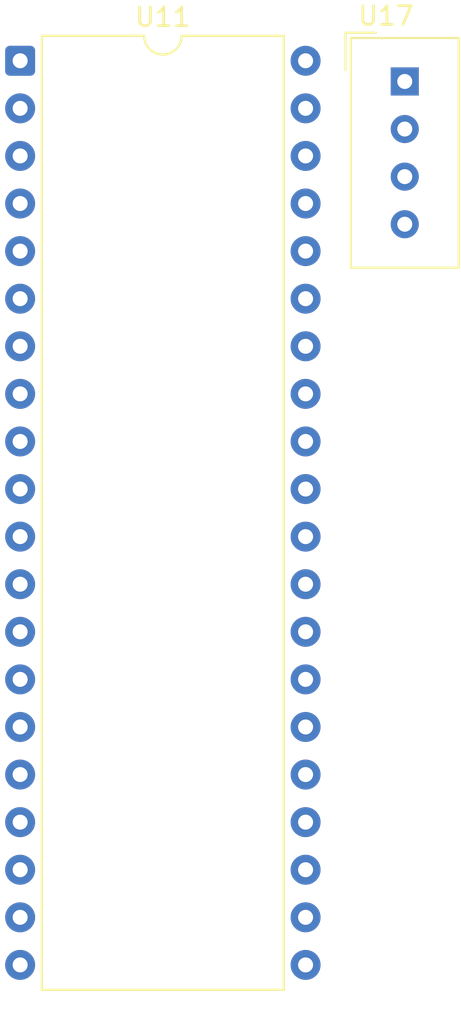
<source format=kicad_pcb>
(kicad_pcb (version 20241229) (generator "pcbnew") (generator_version "9.0")
  (layers (0 "F.Cu" signal) (2 "B.Cu" signal) (13 "F.Paste" user) (15 "B.Paste" user) (5 "F.SilkS" user "F.Silkscreen") (7 "B.SilkS" user "B.Silkscreen") (1 "F.Mask" user) (3 "B.Mask" user) (25 "Edge.Cuts" user))
  (net 0 "")
  (net 5 "Net-(U11-A3)")
  (net 9 "Net-(U11-ϕ1)")
  (net 18 "Net-(U11-A0)")
  (net 27 "Net-(U11-A2)")
  (net 35 "Net-(U11-ϕ2)")
  (net 39 "Net-(U11-A1)")
  (net 41 "Net-(U10-VSUP)")
  (net 42 "Net-(U10-TST1)")
  (net 44 "Net-(U10-IO)")
  (footprint "Package_DIP:DIP-40_W15.24mm" (layer "F.Cu") (at 135.76 67.24)
    (property "Reference" "U11" (at 7.62 -2.33 0) (layer "F.SilkS"))
    (property "Value" "8080")
    (fp_line (start 1.16 -1.33) (end 1.16 49.59) (stroke (width 0.12)) (layer "F.SilkS"))
    (fp_line (start 1.16 49.59) (end 14.08 49.59) (stroke (width 0.12)) (layer "F.SilkS"))
    (fp_line (start 6.62 -1.33) (end 1.16 -1.33) (stroke (width 0.12)) (layer "F.SilkS"))
    (fp_line (start 14.08 -1.33) (end 8.62 -1.33) (stroke (width 0.12)) (layer "F.SilkS"))
    (fp_line (start 14.08 49.59) (end 14.08 -1.33) (stroke (width 0.12)) (layer "F.SilkS"))
    (fp_arc (start 8.62 -1.33) (mid 7.62 -0.33) (end 6.62 -1.33) (stroke (width 0.12)) (layer "F.SilkS"))
    (pad "1" thru_hole roundrect (at 0 0) (size 1.6 1.6) (drill 0.8) (layers "*.Cu" "*.Mask") (roundrect_rratio 0.15625))
    (pad "2" thru_hole circle (at 0 2.54) (size 1.6 1.6) (drill 0.8) (layers "*.Cu" "*.Mask"))
    (pad "3" thru_hole circle (at 0 5.08) (size 1.6 1.6) (drill 0.8) (layers "*.Cu" "*.Mask"))
    (pad "4" thru_hole circle (at 0 7.62) (size 1.6 1.6) (drill 0.8) (layers "*.Cu" "*.Mask"))
    (pad "5" thru_hole circle (at 0 10.16) (size 1.6 1.6) (drill 0.8) (layers "*.Cu" "*.Mask"))
    (pad "6" thru_hole circle (at 0 12.7) (size 1.6 1.6) (drill 0.8) (layers "*.Cu" "*.Mask"))
    (pad "7" thru_hole circle (at 0 15.24) (size 1.6 1.6) (drill 0.8) (layers "*.Cu" "*.Mask"))
    (pad "8" thru_hole circle (at 0 17.78) (size 1.6 1.6) (drill 0.8) (layers "*.Cu" "*.Mask"))
    (pad "9" thru_hole circle (at 0 20.32) (size 1.6 1.6) (drill 0.8) (layers "*.Cu" "*.Mask"))
    (pad "10" thru_hole circle (at 0 22.86) (size 1.6 1.6) (drill 0.8) (layers "*.Cu" "*.Mask"))
    (pad "11" thru_hole circle (at 0 25.4) (size 1.6 1.6) (drill 0.8) (layers "*.Cu" "*.Mask"))
    (pad "12" thru_hole circle (at 0 27.94) (size 1.6 1.6) (drill 0.8) (layers "*.Cu" "*.Mask"))
    (pad "13" thru_hole circle (at 0 30.48) (size 1.6 1.6) (drill 0.8) (layers "*.Cu" "*.Mask"))
    (pad "14" thru_hole circle (at 0 33.02) (size 1.6 1.6) (drill 0.8) (layers "*.Cu" "*.Mask"))
    (pad "15" thru_hole circle (at 0 35.56) (size 1.6 1.6) (drill 0.8) (layers "*.Cu" "*.Mask") (net 35 "Net-(U11-ϕ2)"))
    (pad "16" thru_hole circle (at 0 38.1) (size 1.6 1.6) (drill 0.8) (layers "*.Cu" "*.Mask"))
    (pad "17" thru_hole circle (at 0 40.64) (size 1.6 1.6) (drill 0.8) (layers "*.Cu" "*.Mask"))
    (pad "18" thru_hole circle (at 0 43.18) (size 1.6 1.6) (drill 0.8) (layers "*.Cu" "*.Mask"))
    (pad "19" thru_hole circle (at 0 45.72) (size 1.6 1.6) (drill 0.8) (layers "*.Cu" "*.Mask"))
    (pad "20" thru_hole circle (at 0 48.26) (size 1.6 1.6) (drill 0.8) (layers "*.Cu" "*.Mask"))
    (pad "21" thru_hole circle (at 15.24 48.26) (size 1.6 1.6) (drill 0.8) (layers "*.Cu" "*.Mask"))
    (pad "22" thru_hole circle (at 15.24 45.72) (size 1.6 1.6) (drill 0.8) (layers "*.Cu" "*.Mask") (net 9 "Net-(U11-ϕ1)"))
    (pad "23" thru_hole circle (at 15.24 43.18) (size 1.6 1.6) (drill 0.8) (layers "*.Cu" "*.Mask"))
    (pad "24" thru_hole circle (at 15.24 40.64) (size 1.6 1.6) (drill 0.8) (layers "*.Cu" "*.Mask"))
    (pad "25" thru_hole circle (at 15.24 38.1) (size 1.6 1.6) (drill 0.8) (layers "*.Cu" "*.Mask") (net 18 "Net-(U11-A0)"))
    (pad "26" thru_hole circle (at 15.24 35.56) (size 1.6 1.6) (drill 0.8) (layers "*.Cu" "*.Mask") (net 39 "Net-(U11-A1)"))
    (pad "27" thru_hole circle (at 15.24 33.02) (size 1.6 1.6) (drill 0.8) (layers "*.Cu" "*.Mask") (net 27 "Net-(U11-A2)"))
    (pad "28" thru_hole circle (at 15.24 30.48) (size 1.6 1.6) (drill 0.8) (layers "*.Cu" "*.Mask"))
    (pad "29" thru_hole circle (at 15.24 27.94) (size 1.6 1.6) (drill 0.8) (layers "*.Cu" "*.Mask") (net 5 "Net-(U11-A3)"))
    (pad "30" thru_hole circle (at 15.24 25.4) (size 1.6 1.6) (drill 0.8) (layers "*.Cu" "*.Mask"))
    (pad "31" thru_hole circle (at 15.24 22.86) (size 1.6 1.6) (drill 0.8) (layers "*.Cu" "*.Mask"))
    (pad "32" thru_hole circle (at 15.24 20.32) (size 1.6 1.6) (drill 0.8) (layers "*.Cu" "*.Mask"))
    (pad "33" thru_hole circle (at 15.24 17.78) (size 1.6 1.6) (drill 0.8) (layers "*.Cu" "*.Mask"))
    (pad "34" thru_hole circle (at 15.24 15.24) (size 1.6 1.6) (drill 0.8) (layers "*.Cu" "*.Mask"))
    (pad "35" thru_hole circle (at 15.24 12.7) (size 1.6 1.6) (drill 0.8) (layers "*.Cu" "*.Mask"))
    (pad "36" thru_hole circle (at 15.24 10.16) (size 1.6 1.6) (drill 0.8) (layers "*.Cu" "*.Mask"))
    (pad "37" thru_hole circle (at 15.24 7.62) (size 1.6 1.6) (drill 0.8) (layers "*.Cu" "*.Mask"))
    (pad "38" thru_hole circle (at 15.24 5.08) (size 1.6 1.6) (drill 0.8) (layers "*.Cu" "*.Mask"))
    (pad "39" thru_hole circle (at 15.24 2.54) (size 1.6 1.6) (drill 0.8) (layers "*.Cu" "*.Mask"))
    (pad "40" thru_hole circle (at 15.24 0) (size 1.6 1.6) (drill 0.8) (layers "*.Cu" "*.Mask"))
  )
  (footprint "Sensor:Aosong_DHT11_5.5x12.0_P2.54mm" (layer "F.Cu") (at 156.295 68.345)
    (property "Reference" "U17" (at -1 -3.5 0) (layer "F.SilkS"))
    (property "Value" "DHT11")
    (fp_line (start -3.16 -2.6) (end -3.16 -0.6) (stroke (width 0.12)) (layer "F.SilkS"))
    (fp_line (start -3.16 -2.6) (end -1.55 -2.6) (stroke (width 0.12)) (layer "F.SilkS"))
    (fp_line (start -2.88 9.94) (end -2.88 -2.31) (stroke (width 0.12)) (layer "F.SilkS"))
    (fp_line (start -2.87 -2.32) (end 2.87 -2.32) (stroke (width 0.12)) (layer "F.SilkS"))
    (fp_line (start 2.88 -2.32) (end 2.88 9.94) (stroke (width 0.12)) (layer "F.SilkS"))
    (fp_line (start 2.88 9.94) (end -2.88 9.94) (stroke (width 0.12)) (layer "F.SilkS"))
    (pad "1" thru_hole rect (at 0 0) (size 1.5 1.5) (drill 0.8) (layers "*.Cu" "*.Mask") (net 42 "Net-(U10-TST1)"))
    (pad "2" thru_hole circle (at 0 2.54) (size 1.5 1.5) (drill 0.8) (layers "*.Cu" "*.Mask") (net 41 "Net-(U10-VSUP)"))
    (pad "3" thru_hole circle (at 0 5.08) (size 1.5 1.5) (drill 0.8) (layers "*.Cu" "*.Mask"))
    (pad "4" thru_hole circle (at 0 7.62) (size 1.5 1.5) (drill 0.8) (layers "*.Cu" "*.Mask") (net 44 "Net-(U10-IO)"))
  )
)
</source>
